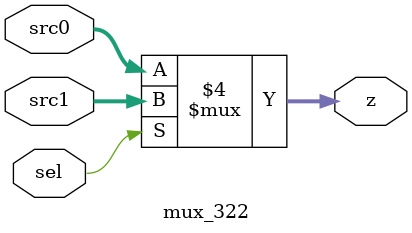
<source format=v>
module mux_322 (sel, src0, src1, z);
  
  input sel;
  input [31:0] src0;
  input [31:0] src1;
  output reg [31:0] z;
  

  always @(sel or src0 or src1)
      begin
        if (sel == 1'b0) z <= src0;
        else z <= src1;
      end
   
endmodule

</source>
